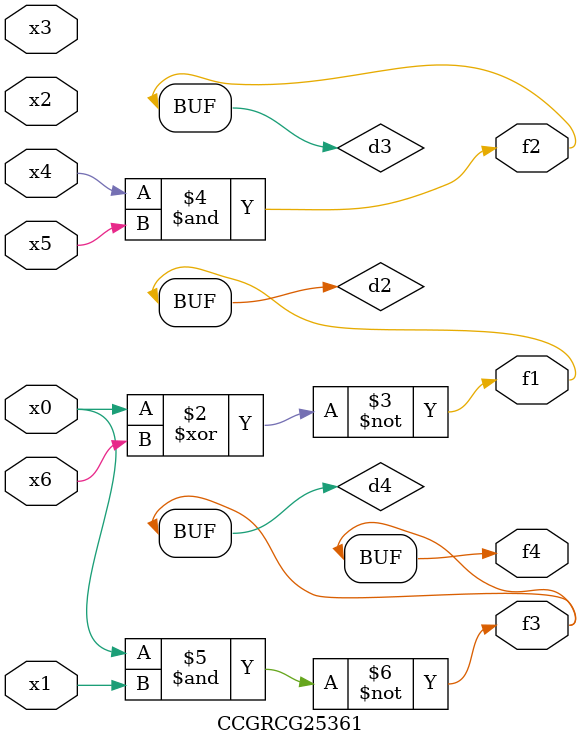
<source format=v>
module CCGRCG25361(
	input x0, x1, x2, x3, x4, x5, x6,
	output f1, f2, f3, f4
);

	wire d1, d2, d3, d4;

	nor (d1, x0);
	xnor (d2, x0, x6);
	and (d3, x4, x5);
	nand (d4, x0, x1);
	assign f1 = d2;
	assign f2 = d3;
	assign f3 = d4;
	assign f4 = d4;
endmodule

</source>
